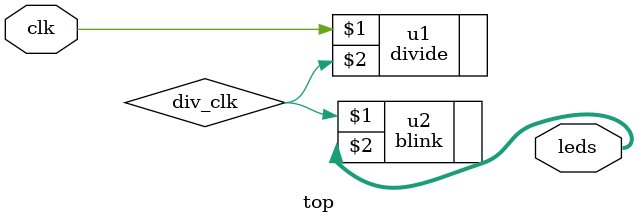
<source format=v>
`timescale 1ns / 1ps


module top(
    input clk,
    output [7:0] leds
    );
    wire div_clk;
    divide u1(clk, div_clk);
    blink u2(div_clk, leds);
endmodule

</source>
